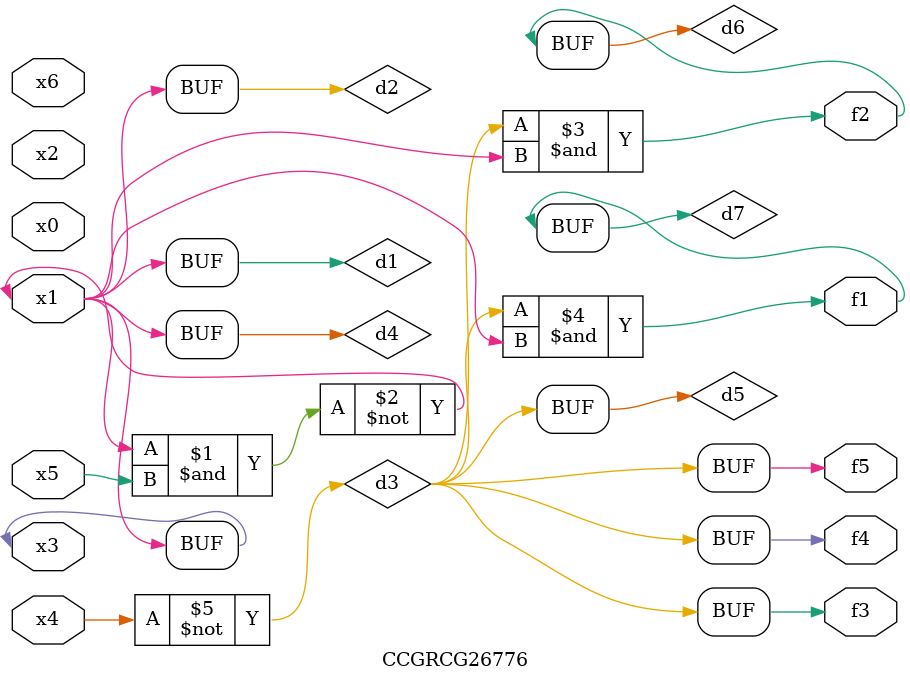
<source format=v>
module CCGRCG26776(
	input x0, x1, x2, x3, x4, x5, x6,
	output f1, f2, f3, f4, f5
);

	wire d1, d2, d3, d4, d5, d6, d7;

	buf (d1, x1, x3);
	nand (d2, x1, x5);
	not (d3, x4);
	buf (d4, d1, d2);
	buf (d5, d3);
	and (d6, d3, d4);
	and (d7, d3, d4);
	assign f1 = d7;
	assign f2 = d6;
	assign f3 = d5;
	assign f4 = d5;
	assign f5 = d5;
endmodule

</source>
